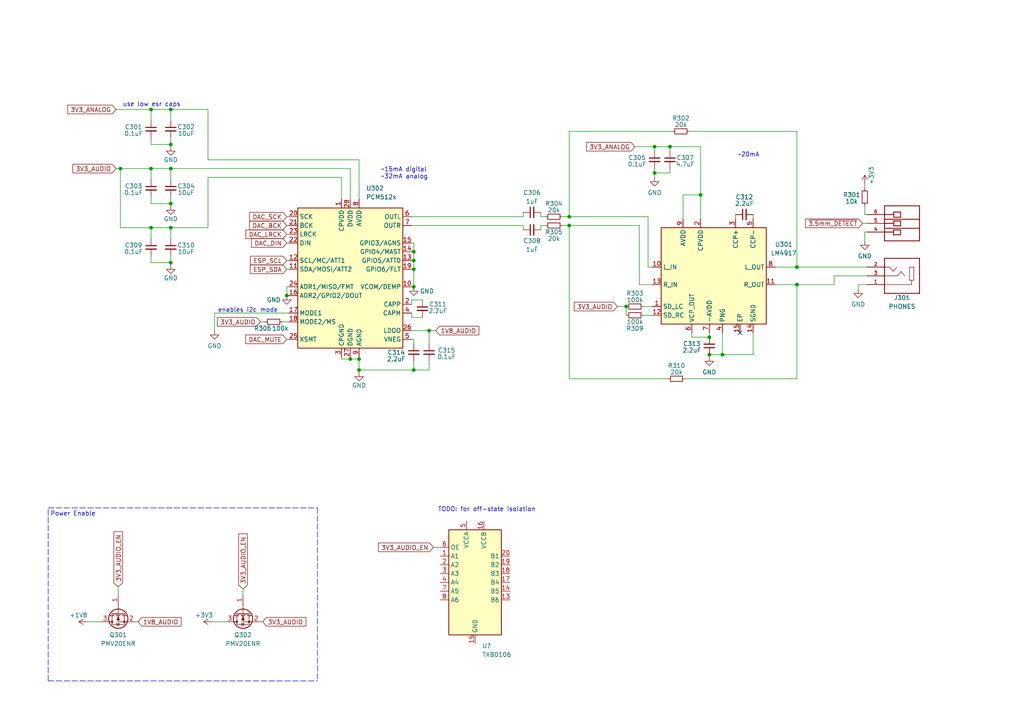
<source format=kicad_sch>
(kicad_sch (version 20211123) (generator eeschema)
  (paper "A4")
  (title_block (date "2022-09-04") (rev "1"))
  (lib_symbols
    (symbol "Audio:PCM5121PW"
      (property "Reference" "U" (at -13.97 21.59 0))
      (property "Value" "PCM5121PW" (at 10.16 21.59 0))
      (symbol "PCM5121PW_0_1"
        (rectangle (start -15.24 20.32) (end 15.24 -20.32) (stroke (width 0.254)) (fill (type background)))
      )
      (symbol "PCM5121PW_1_1"
        (pin power_in line (at -2.54 22.86 270) (length 2.54) (name "CPVDD") (number "1"))
        (pin bidirectional line (at 17.78 -2.54 180) (length 2.54) (name "VCOM/DEMP") (number "10"))
        (pin bidirectional line (at -17.78 2.54 0) (length 2.54) (name "SDA/MOSI/ATT2") (number "11"))
        (pin input line (at -17.78 5.08 0) (length 2.54) (name "SCL/MC/ATT1") (number "12"))
        (pin bidirectional line (at 17.78 5.08 180) (length 2.54) (name "GPIO5/ATT0") (number "13"))
        (pin bidirectional line (at 17.78 7.62 180) (length 2.54) (name "GPIO4/MAST") (number "14"))
        (pin bidirectional line (at 17.78 10.16 180) (length 2.54) (name "GPIO3/AGNS") (number "15"))
        (pin bidirectional line (at -17.78 -5.08 0) (length 2.54) (name "ADR2/GPIO2/DOUT") (number "16"))
        (pin input line (at -17.78 -10.16 0) (length 2.54) (name "MODE1") (number "17"))
        (pin input line (at -17.78 -12.7 0) (length 2.54) (name "MODE2/MS") (number "18"))
        (pin bidirectional line (at 17.78 2.54 180) (length 2.54) (name "GPIO6/FLT") (number "19"))
        (pin passive line (at 17.78 -7.62 180) (length 2.54) (name "CAPP") (number "2"))
        (pin input line (at -17.78 17.78 0) (length 2.54) (name "SCK") (number "20"))
        (pin bidirectional line (at -17.78 15.24 0) (length 2.54) (name "BCK") (number "21"))
        (pin input line (at -17.78 10.16 0) (length 2.54) (name "DIN") (number "22"))
        (pin bidirectional line (at -17.78 12.7 0) (length 2.54) (name "LRCK") (number "23"))
        (pin bidirectional line (at -17.78 -2.54 0) (length 2.54) (name "ADR1/MISO/FMT") (number "24"))
        (pin input line (at -17.78 -17.78 0) (length 2.54) (name "XSMT") (number "25"))
        (pin passive line (at 17.78 -15.24 180) (length 2.54) (name "LDOO") (number "26"))
        (pin power_in line (at 0 -22.86 90) (length 2.54) (name "DGND") (number "27"))
        (pin power_in line (at 0 22.86 270) (length 2.54) (name "DVDD") (number "28"))
        (pin power_in line (at -2.54 -22.86 90) (length 2.54) (name "CPGND") (number "3"))
        (pin passive line (at 17.78 -10.16 180) (length 2.54) (name "CAPM") (number "4"))
        (pin passive line (at 17.78 -17.78 180) (length 2.54) (name "VNEG") (number "5"))
        (pin output line (at 17.78 17.78 180) (length 2.54) (name "OUTL") (number "6"))
        (pin output line (at 17.78 15.24 180) (length 2.54) (name "OUTR") (number "7"))
        (pin power_in line (at 2.54 22.86 270) (length 2.54) (name "AVDD") (number "8"))
        (pin power_in line (at 2.54 -22.86 90) (length 2.54) (name "AGND") (number "9"))
      )
    )
    (symbol "Device:C_Small" (pin_numbers hide) (pin_names (offset 0.254) hide)
      (property "Reference" "C" (at 0.254 1.778 0))
      (property "Value" "C_Small" (at 0.254 -2.032 0))
      (symbol "C_Small_0_1"
        (polyline (pts (xy -1.524 -0.508) (xy 1.524 -0.508)) (stroke (width 0.3302)))
        (polyline (pts (xy -1.524 0.508) (xy 1.524 0.508)) (stroke (width 0.3048)))
      )
      (symbol "C_Small_1_1"
        (pin passive line (at 0 2.54 270) (length 2.032) (name "~") (number "1"))
        (pin passive line (at 0 -2.54 90) (length 2.032) (name "~") (number "2"))
      )
    )
    (symbol "Device:R_Small" (pin_numbers hide) (pin_names (offset 0.254) hide)
      (property "Reference" "R" (at 0.762 0.508 0))
      (property "Value" "R_Small" (at 0.762 -1.016 0))
      (symbol "R_Small_0_1"
        (rectangle (start -0.762 1.778) (end 0.762 -1.778) (stroke (width 0.2032)))
      )
      (symbol "R_Small_1_1"
        (pin passive line (at 0 2.54 270) (length 0.762) (name "~") (number "1"))
        (pin passive line (at 0 -2.54 90) (length 0.762) (name "~") (number "2"))
      )
    )
    (symbol "Transistor_FET:2N7002" (pin_names hide)
      (property "Reference" "Q" (at 5.08 1.905 0))
      (property "Value" "2N7002" (at 5.08 0 0))
      (symbol "2N7002_0_1"
        (polyline (pts (xy 0.254 0) (xy -2.54 0)))
        (polyline (pts (xy 0.254 1.905) (xy 0.254 -1.905)) (stroke (width 0.254)))
        (polyline (pts (xy 0.762 -1.27) (xy 0.762 -2.286)) (stroke (width 0.254)))
        (polyline (pts (xy 0.762 0.508) (xy 0.762 -0.508)) (stroke (width 0.254)))
        (polyline (pts (xy 0.762 2.286) (xy 0.762 1.27)) (stroke (width 0.254)))
        (polyline (pts (xy 2.54 2.54) (xy 2.54 1.778)))
        (polyline (pts (xy 2.54 -2.54) (xy 2.54 0) (xy 0.762 0)))
        (polyline (pts (xy 0.762 -1.778) (xy 3.302 -1.778) (xy 3.302 1.778) (xy 0.762 1.778)))
        (polyline (pts (xy 1.016 0) (xy 2.032 0.381) (xy 2.032 -0.381) (xy 1.016 0)) (fill (type outline)))
        (polyline (pts (xy 2.794 0.508) (xy 2.921 0.381) (xy 3.683 0.381) (xy 3.81 0.254)))
        (polyline (pts (xy 3.302 0.381) (xy 2.921 -0.254) (xy 3.683 -0.254) (xy 3.302 0.381)))
        (circle (center 1.651 0) (radius 2.794) (stroke (width 0.254)))
        (circle (center 2.54 -1.778) (radius 0.254) (fill (type outline)))
        (circle (center 2.54 1.778) (radius 0.254) (fill (type outline)))
      )
      (symbol "2N7002_1_1"
        (pin input line (at -5.08 0 0) (length 2.54) (name "G") (number "1"))
        (pin passive line (at 2.54 -5.08 90) (length 2.54) (name "S") (number "2"))
        (pin passive line (at 2.54 5.08 270) (length 2.54) (name "D") (number "3"))
      )
    )
    (symbol "power:+1V8" (power) (pin_names (offset 0))
      (property "Value" "+1V8" (at 0 3.556 0))
      (symbol "+1V8_0_1"
        (polyline (pts (xy -0.762 1.27) (xy 0 2.54)))
        (polyline (pts (xy 0 0) (xy 0 2.54)))
        (polyline (pts (xy 0 2.54) (xy 0.762 1.27)))
      )
      (symbol "+1V8_1_1"
        (pin power_in line (at 0 0 90) (length 0) hide (name "+1V8") (number "1"))
      )
    )
    (symbol "power:+3V3" (power) (pin_names (offset 0))
      (property "Value" "+3V3" (at 0 3.556 0))
      (symbol "+3V3_0_1"
        (polyline (pts (xy -0.762 1.27) (xy 0 2.54)))
        (polyline (pts (xy 0 0) (xy 0 2.54)))
        (polyline (pts (xy 0 2.54) (xy 0.762 1.27)))
      )
      (symbol "+3V3_1_1"
        (pin power_in line (at 0 0 90) (length 0) hide (name "+3V3") (number "1"))
      )
    )
    (symbol "power:GND" (power) (pin_names (offset 0))
      (property "Value" "GND" (at 0 -3.81 0))
      (symbol "GND_0_1"
        (polyline (pts (xy 0 0) (xy 0 -1.27) (xy 1.27 -1.27) (xy 0 -2.54) (xy -1.27 -1.27) (xy 0 -1.27)))
      )
      (symbol "GND_1_1"
        (pin power_in line (at 0 0 270) (length 0) hide (name "GND") (number "1"))
      )
    )
    (symbol "symbols:LM4917"
      (property "Reference" "U" (at 0 0 0))
      (property "Value" "LM4917" (at 0 0 0))
      (symbol "LM4917_0_0"
        (pin power_in line (at -17.78 -2.54 0) (length 2.54) (name "R_IN") (number "13"))
        (pin power_in line (at 11.43 -16.51 90) (length 2.54) (name "SGND") (number "14"))
        (pin power_in line (at 7.62 -16.51 90) (length 2.54) (name "EP") (number "15"))
        (pin passive line (at 6.35 16.51 270) (length 2.54) (name "CCP+") (number "3"))
      )
      (symbol "LM4917_0_1"
        (rectangle (start -15.24 13.97) (end 15.24 -13.97) (stroke (width 0.254)) (fill (type background)))
      )
      (symbol "LM4917_1_1"
        (pin output line (at -17.78 -8.89 0) (length 2.54) (name "SD_LC") (number "1"))
        (pin output line (at -17.78 2.54 0) (length 2.54) (name "L_IN") (number "10"))
        (pin power_in line (at 17.78 -2.54 180) (length 2.54) (name "R_OUT") (number "11"))
        (pin power_in line (at -17.78 -11.43 0) (length 2.54) (name "SD_RC") (number "12"))
        (pin power_in line (at -3.81 16.51 270) (length 2.54) (name "CPVDD") (number "2"))
        (pin output line (at 2.54 -16.51 90) (length 2.54) (name "PNG") (number "4"))
        (pin output line (at 11.43 16.51 270) (length 2.54) (name "CCP-") (number "5"))
        (pin input line (at -6.35 -16.51 90) (length 2.54) (name "VCP_OUT") (number "6"))
        (pin power_in line (at -1.27 -16.51 90) (length 2.54) (name "-AVDD") (number "7"))
        (pin power_in line (at 17.78 2.54 180) (length 2.54) (name "L_OUT") (number "8"))
        (pin input line (at -8.89 16.51 270) (length 2.54) (name "AVDD") (number "9"))
      )
    )
    (symbol "symbols:SJ-3566AN" (pin_names (offset 1.016) hide)
      (property "Reference" "J301" (at 0 6.35 0))
      (property "Value" "PHONES" (at 0 8.89 0))
      (symbol "SJ-3566AN_0_0"
        (polyline (pts (xy -5.1054 -13.7922) (xy 5.0038 -13.7922)) (stroke (width 0.254)))
        (polyline (pts (xy -5.08 -20.32) (xy 5.08 -20.32)) (stroke (width 0.254)))
        (polyline (pts (xy -5.08 -10.16) (xy -5.08 -20.32)) (stroke (width 0.254)))
        (polyline (pts (xy -5.08 -5.08) (xy 5.08 -5.08)) (stroke (width 0.254)))
        (polyline (pts (xy -5.08 5.08) (xy -5.08 -5.08)) (stroke (width 0.254)))
        (polyline (pts (xy -3.429 -2.54) (xy -2.159 -2.54)) (stroke (width 0.1524)))
        (polyline (pts (xy -3.429 1.27) (xy -3.429 -2.54)) (stroke (width 0.1524)))
        (polyline (pts (xy -2.794 1.27) (xy -3.429 1.27)) (stroke (width 0.1524)))
        (polyline (pts (xy -2.794 1.27) (xy -2.794 2.54)) (stroke (width 0.1524)))
        (polyline (pts (xy -2.794 2.54) (xy 5.08 2.54)) (stroke (width 0.1524)))
        (polyline (pts (xy -2.159 -2.54) (xy -2.159 1.27)) (stroke (width 0.1524)))
        (polyline (pts (xy -2.159 1.27) (xy -2.794 1.27)) (stroke (width 0.1524)))
        (polyline (pts (xy 0.254 -1.27) (xy -0.762 0)) (stroke (width 0.1524)))
        (polyline (pts (xy 0.4064 -18.4912) (xy 0.4064 -16.9926)) (stroke (width 0.254)))
        (polyline (pts (xy 0.4064 -16.9926) (xy 2.3876 -16.9926)) (stroke (width 0.254)))
        (polyline (pts (xy 0.4064 -15.9004) (xy 0.4064 -14.5034)) (stroke (width 0.254)))
        (polyline (pts (xy 0.4064 -14.5034) (xy 2.3876 -14.5034)) (stroke (width 0.254)))
        (polyline (pts (xy 0.4064 -11.9126) (xy 0.4064 -13.3096)) (stroke (width 0.254)))
        (polyline (pts (xy 0.508 -13.3096) (xy 2.4892 -13.3096)) (stroke (width 0.254)))
        (polyline (pts (xy 1.27 0) (xy 0.254 -1.27)) (stroke (width 0.1524)))
        (polyline (pts (xy 1.524 -2.54) (xy 2.54 -1.27)) (stroke (width 0.1524)))
        (polyline (pts (xy 2.3876 -18.4912) (xy 0.4064 -18.4912)) (stroke (width 0.254)))
        (polyline (pts (xy 2.3876 -16.9926) (xy 2.3876 -18.4912)) (stroke (width 0.254)))
        (polyline (pts (xy 2.3876 -15.9004) (xy 0.4064 -15.9004)) (stroke (width 0.254)))
        (polyline (pts (xy 2.3876 -14.5034) (xy 2.3876 -15.9004)) (stroke (width 0.254)))
        (polyline (pts (xy 2.4892 -13.3096) (xy 2.4892 -11.9126)) (stroke (width 0.254)))
        (polyline (pts (xy 2.4892 -11.9126) (xy 0.508 -11.9126)) (stroke (width 0.254)))
        (polyline (pts (xy 2.54 -1.27) (xy 3.556 -2.54)) (stroke (width 0.1524)))
        (polyline (pts (xy 5.08 -20.32) (xy 5.08 -17.78)) (stroke (width 0.254)))
        (polyline (pts (xy 5.08 -17.78) (xy 2.54 -17.78)) (stroke (width 0.254)))
        (polyline (pts (xy 5.08 -17.78) (xy 5.08 -15.24)) (stroke (width 0.254)))
        (polyline (pts (xy 5.08 -15.24) (xy 2.54 -15.24)) (stroke (width 0.254)))
        (polyline (pts (xy 5.08 -15.24) (xy 5.08 -12.7)) (stroke (width 0.254)))
        (polyline (pts (xy 5.08 -12.7) (xy 2.54 -12.7)) (stroke (width 0.254)))
        (polyline (pts (xy 5.08 -12.7) (xy 5.08 -10.16)) (stroke (width 0.254)))
        (polyline (pts (xy 5.08 -10.16) (xy -5.08 -10.16)) (stroke (width 0.254)))
        (polyline (pts (xy 5.08 -5.08) (xy 5.08 -2.54)) (stroke (width 0.254)))
        (polyline (pts (xy 5.08 -2.54) (xy 3.556 -2.54)) (stroke (width 0.1524)))
        (polyline (pts (xy 5.08 -2.54) (xy 5.08 0)) (stroke (width 0.254)))
        (polyline (pts (xy 5.08 0) (xy 1.27 0)) (stroke (width 0.1524)))
        (polyline (pts (xy 5.08 0) (xy 5.08 2.54)) (stroke (width 0.254)))
        (polyline (pts (xy 5.08 2.54) (xy 5.08 5.08)) (stroke (width 0.254)))
        (polyline (pts (xy 5.08 5.08) (xy -5.08 5.08)) (stroke (width 0.254)))
        (polyline (pts (xy 5.1054 -16.4084) (xy -5.1054 -16.4084)) (stroke (width 0.254)))
        (pin passive line (at 10.16 2.54 180) (length 5.08) (name "~") (number "1"))
        (pin passive line (at 10.16 -2.54 180) (length 5.08) (name "~") (number "2"))
        (pin passive line (at 10.16 0 180) (length 5.08) (name "~") (number "3"))
        (pin passive line (at 10.16 -12.7 180) (length 5.08) (name "~") (number "4"))
        (pin passive line (at 10.16 -15.24 180) (length 5.08) (name "~") (number "5"))
        (pin passive line (at 10.16 -17.78 180) (length 5.08) (name "~") (number "6"))
      )
    )
    (symbol "symbols:TXB0106"
      (property "Reference" "U" (at 0 -6.35 0))
      (property "Value" "TXB0106" (at 0 -8.89 0))
      (symbol "TXB0106_0_1"
        (rectangle (start -7.62 13.97) (end 7.62 -16.51) (stroke (width 0.254)) (fill (type background)))
      )
      (symbol "TXB0106_1_1"
        (pin bidirectional line (at -10.16 6.35 0) (length 2.54) (name "A1") (number "1"))
        (pin bidirectional line (at 10.16 -6.35 180) (length 2.54) (name "B6") (number "13"))
        (pin bidirectional line (at 10.16 -3.81 180) (length 2.54) (name "B5") (number "14"))
        (pin power_in line (at 0 -19.05 90) (length 2.54) (name "GND") (number "15"))
        (pin power_in line (at 2.54 16.51 270) (length 2.54) (name "VCCB") (number "16"))
        (pin bidirectional line (at 10.16 -1.27 180) (length 2.54) (name "B4") (number "17"))
        (pin bidirectional line (at 10.16 1.27 180) (length 2.54) (name "B3") (number "18"))
        (pin bidirectional line (at 10.16 3.81 180) (length 2.54) (name "B2") (number "19"))
        (pin bidirectional line (at -10.16 3.81 0) (length 2.54) (name "A2") (number "2"))
        (pin bidirectional line (at 10.16 6.35 180) (length 2.54) (name "B1") (number "20"))
        (pin bidirectional line (at -10.16 1.27 0) (length 2.54) (name "A3") (number "3"))
        (pin bidirectional line (at -10.16 -1.27 0) (length 2.54) (name "A4") (number "4"))
        (pin power_in line (at -2.54 16.51 270) (length 2.54) (name "VCCA") (number "5"))
        (pin input line (at -10.16 8.89 0) (length 2.54) (name "OE") (number "6"))
        (pin bidirectional line (at -10.16 -3.81 0) (length 2.54) (name "A5") (number "7"))
        (pin bidirectional line (at -10.16 -6.35 0) (length 2.54) (name "A6") (number "8"))
      )
    )
  )
  (junction (at 120.015 83.185))
  (junction (at 120.015 75.565))
  (junction (at 120.015 73.025))
  (junction (at 49.53 31.75))
  (junction (at 205.74 102.87))
  (junction (at 104.14 107.315))
  (junction (at 189.865 42.545))
  (junction (at 49.53 41.91))
  (junction (at 34.925 48.895))
  (junction (at 189.865 50.165))
  (junction (at 101.6 104.14))
  (junction (at 49.53 76.2))
  (junction (at 231.14 82.55))
  (junction (at 49.53 59.055))
  (junction (at 203.2 56.515))
  (junction (at 209.55 102.87))
  (junction (at 104.14 104.14))
  (junction (at 205.74 97.79))
  (junction (at 124.46 95.885))
  (junction (at 120.015 78.105))
  (junction (at 120.015 107.315))
  (junction (at 194.31 42.545))
  (junction (at 165.1 65.405))
  (junction (at 49.53 48.895))
  (junction (at 43.815 66.04))
  (junction (at 43.815 48.895))
  (junction (at 181.61 88.9))
  (junction (at 43.815 31.75))
  (junction (at 49.53 66.04))
  (junction (at 83.185 85.725))
  (junction (at 165.1 62.865))
  (junction (at 231.14 77.47))
  (no_connect (at 214.63 96.52))
  (polyline (pts (xy 13.97 197.485) (xy 13.97 147.32)))
  (wire (pts (xy 250.825 67.31) (xy 250.825 69.85)))
  (wire (pts (xy 187.96 62.865) (xy 187.96 77.47)))
  (wire (pts (xy 156.845 65.405) (xy 156.845 66.675)))
  (wire (pts (xy 119.38 86.995) (xy 119.38 88.265)))
  (wire (pts (xy 119.38 75.565) (xy 120.015 75.565)))
  (wire (pts (xy 49.53 40.005) (xy 49.53 41.91)))
  (wire (pts (xy 251.46 62.23) (xy 250.825 62.23)))
  (wire (pts (xy 101.6 104.14) (xy 104.14 104.14)))
  (wire (pts (xy 251.46 67.31) (xy 250.825 67.31)))
  (wire (pts (xy 158.115 62.865) (xy 156.845 62.865)))
  (wire (pts (xy 231.14 82.55) (xy 231.14 109.855)))
  (wire (pts (xy 156.845 62.865) (xy 156.845 61.595)))
  (wire (pts (xy 151.765 65.405) (xy 151.765 66.675)))
  (wire (pts (xy 43.815 76.2) (xy 49.53 76.2)))
  (wire (pts (xy 231.14 109.855) (xy 198.755 109.855)))
  (wire (pts (xy 213.36 62.23) (xy 213.36 63.5)))
  (wire (pts (xy 224.79 82.55) (xy 231.14 82.55)))
  (wire (pts (xy 43.815 52.07) (xy 43.815 48.895)))
  (wire (pts (xy 43.815 41.91) (xy 49.53 41.91)))
  (polyline (pts (xy 13.97 197.485) (xy 92.075 197.485)))
  (wire (pts (xy 251.46 82.55) (xy 248.92 82.55)))
  (wire (pts (xy 60.325 31.75) (xy 60.325 46.355)))
  (wire (pts (xy 124.46 107.315) (xy 120.015 107.315)))
  (wire (pts (xy 119.38 95.885) (xy 124.46 95.885)))
  (wire (pts (xy 165.1 38.1) (xy 194.945 38.1)))
  (wire (pts (xy 70.485 170.815) (xy 70.485 172.72)))
  (wire (pts (xy 181.61 88.9) (xy 181.61 91.44)))
  (wire (pts (xy 61.595 180.34) (xy 65.405 180.34)))
  (wire (pts (xy 189.865 42.545) (xy 189.865 43.815)))
  (wire (pts (xy 34.29 170.18) (xy 34.29 172.72)))
  (wire (pts (xy 49.53 31.75) (xy 60.325 31.75)))
  (wire (pts (xy 33.655 31.75) (xy 43.815 31.75)))
  (wire (pts (xy 104.14 57.785) (xy 104.14 46.355)))
  (wire (pts (xy 25.4 180.34) (xy 29.21 180.34)))
  (wire (pts (xy 81.915 93.345) (xy 83.82 93.345)))
  (wire (pts (xy 49.53 76.835) (xy 49.53 76.2)))
  (wire (pts (xy 119.38 62.865) (xy 151.765 62.865)))
  (wire (pts (xy 40.005 180.34) (xy 39.37 180.34)))
  (wire (pts (xy 49.53 59.69) (xy 49.53 59.055)))
  (wire (pts (xy 218.44 96.52) (xy 218.44 102.87)))
  (wire (pts (xy 34.925 48.895) (xy 43.815 48.895)))
  (wire (pts (xy 49.53 31.75) (xy 43.815 31.75)))
  (wire (pts (xy 125.73 158.75) (xy 127.635 158.75)))
  (wire (pts (xy 185.42 65.405) (xy 165.1 65.405)))
  (wire (pts (xy 83.185 62.865) (xy 83.82 62.865)))
  (wire (pts (xy 49.53 66.04) (xy 43.815 66.04)))
  (wire (pts (xy 99.06 104.14) (xy 101.6 104.14)))
  (wire (pts (xy 120.015 70.485) (xy 120.015 73.025)))
  (wire (pts (xy 241.935 82.55) (xy 241.935 80.01)))
  (wire (pts (xy 33.655 48.895) (xy 34.925 48.895)))
  (polyline (pts (xy 13.97 147.32) (xy 92.075 147.32)))
  (wire (pts (xy 83.185 83.185) (xy 83.185 85.725)))
  (wire (pts (xy 49.53 57.15) (xy 49.53 59.055)))
  (wire (pts (xy 179.07 88.9) (xy 181.61 88.9)))
  (wire (pts (xy 122.555 92.075) (xy 119.38 92.075)))
  (wire (pts (xy 165.1 62.865) (xy 163.195 62.865)))
  (wire (pts (xy 119.38 73.025) (xy 120.015 73.025)))
  (polyline (pts (xy 92.075 147.32) (xy 92.075 197.485)))
  (wire (pts (xy 158.115 65.405) (xy 156.845 65.405)))
  (wire (pts (xy 185.42 65.405) (xy 185.42 82.55)))
  (wire (pts (xy 124.46 104.775) (xy 124.46 107.315)))
  (wire (pts (xy 83.185 83.185) (xy 83.82 83.185)))
  (wire (pts (xy 184.15 42.545) (xy 189.865 42.545)))
  (wire (pts (xy 120.015 78.105) (xy 120.015 83.185)))
  (wire (pts (xy 49.53 74.295) (xy 49.53 76.2)))
  (wire (pts (xy 43.815 74.295) (xy 43.815 76.2)))
  (wire (pts (xy 34.925 48.895) (xy 34.925 66.04)))
  (wire (pts (xy 49.53 69.215) (xy 49.53 66.04)))
  (wire (pts (xy 43.815 40.005) (xy 43.815 41.91)))
  (wire (pts (xy 49.53 34.925) (xy 49.53 31.75)))
  (wire (pts (xy 250.825 53.34) (xy 250.825 54.61)))
  (wire (pts (xy 76.2 180.34) (xy 75.565 180.34)))
  (wire (pts (xy 194.31 48.895) (xy 194.31 50.165)))
  (wire (pts (xy 120.015 104.775) (xy 120.015 107.315)))
  (wire (pts (xy 119.38 98.425) (xy 120.015 98.425)))
  (wire (pts (xy 165.1 62.865) (xy 165.1 38.1)))
  (wire (pts (xy 43.815 34.925) (xy 43.815 31.75)))
  (wire (pts (xy 165.1 109.855) (xy 165.1 65.405)))
  (wire (pts (xy 231.14 82.55) (xy 241.935 82.55)))
  (wire (pts (xy 194.31 42.545) (xy 203.2 42.545)))
  (wire (pts (xy 75.565 93.345) (xy 76.835 93.345)))
  (wire (pts (xy 49.53 52.07) (xy 49.53 48.895)))
  (wire (pts (xy 209.55 102.87) (xy 205.74 102.87)))
  (wire (pts (xy 224.79 77.47) (xy 231.14 77.47)))
  (wire (pts (xy 203.2 42.545) (xy 203.2 56.515)))
  (wire (pts (xy 43.815 57.15) (xy 43.815 59.055)))
  (wire (pts (xy 165.1 65.405) (xy 163.195 65.405)))
  (wire (pts (xy 189.865 50.165) (xy 189.865 51.435)))
  (wire (pts (xy 83.185 67.945) (xy 83.82 67.945)))
  (wire (pts (xy 60.325 66.04) (xy 60.325 51.435)))
  (wire (pts (xy 120.015 107.315) (xy 104.14 107.315)))
  (wire (pts (xy 62.23 90.805) (xy 62.23 95.885)))
  (wire (pts (xy 186.69 91.44) (xy 189.23 91.44)))
  (wire (pts (xy 248.92 82.55) (xy 248.92 83.82)))
  (wire (pts (xy 119.38 92.075) (xy 119.38 90.805)))
  (wire (pts (xy 83.185 78.105) (xy 83.82 78.105)))
  (wire (pts (xy 200.66 96.52) (xy 200.66 97.79)))
  (wire (pts (xy 205.74 103.505) (xy 205.74 102.87)))
  (wire (pts (xy 49.53 48.895) (xy 43.815 48.895)))
  (wire (pts (xy 120.015 83.185) (xy 119.38 83.185)))
  (wire (pts (xy 49.53 42.545) (xy 49.53 41.91)))
  (wire (pts (xy 83.185 98.425) (xy 83.82 98.425)))
  (wire (pts (xy 198.12 63.5) (xy 198.12 56.515)))
  (wire (pts (xy 218.44 62.23) (xy 218.44 63.5)))
  (wire (pts (xy 120.015 75.565) (xy 120.015 78.105)))
  (wire (pts (xy 231.14 77.47) (xy 251.46 77.47)))
  (wire (pts (xy 101.6 57.785) (xy 101.6 48.895)))
  (wire (pts (xy 99.06 51.435) (xy 99.06 57.785)))
  (wire (pts (xy 62.23 90.805) (xy 83.82 90.805)))
  (wire (pts (xy 209.55 96.52) (xy 209.55 102.87)))
  (wire (pts (xy 60.325 51.435) (xy 99.06 51.435)))
  (wire (pts (xy 43.815 69.215) (xy 43.815 66.04)))
  (wire (pts (xy 49.53 66.04) (xy 60.325 66.04)))
  (wire (pts (xy 209.55 102.87) (xy 218.44 102.87)))
  (wire (pts (xy 198.12 56.515) (xy 203.2 56.515)))
  (wire (pts (xy 231.14 38.1) (xy 231.14 77.47)))
  (wire (pts (xy 200.025 38.1) (xy 231.14 38.1)))
  (wire (pts (xy 250.19 64.77) (xy 251.46 64.77)))
  (wire (pts (xy 205.74 97.79) (xy 205.74 96.52)))
  (wire (pts (xy 104.14 104.14) (xy 104.14 107.315)))
  (wire (pts (xy 120.015 98.425) (xy 120.015 99.695)))
  (wire (pts (xy 120.015 73.025) (xy 120.015 75.565)))
  (wire (pts (xy 83.185 75.565) (xy 83.82 75.565)))
  (wire (pts (xy 101.6 103.505) (xy 101.6 104.14)))
  (wire (pts (xy 119.38 70.485) (xy 120.015 70.485)))
  (wire (pts (xy 189.23 82.55) (xy 185.42 82.55)))
  (wire (pts (xy 187.96 77.47) (xy 189.23 77.47)))
  (wire (pts (xy 124.46 99.695) (xy 124.46 95.885)))
  (wire (pts (xy 126.365 95.885) (xy 124.46 95.885)))
  (wire (pts (xy 83.185 85.725) (xy 83.82 85.725)))
  (wire (pts (xy 187.96 62.865) (xy 165.1 62.865)))
  (wire (pts (xy 119.38 78.105) (xy 120.015 78.105)))
  (wire (pts (xy 60.325 46.355) (xy 104.14 46.355)))
  (wire (pts (xy 189.865 48.895) (xy 189.865 50.165)))
  (wire (pts (xy 203.2 56.515) (xy 203.2 63.5)))
  (wire (pts (xy 43.815 59.055) (xy 49.53 59.055)))
  (wire (pts (xy 104.14 103.505) (xy 104.14 104.14)))
  (wire (pts (xy 119.38 65.405) (xy 151.765 65.405)))
  (wire (pts (xy 99.06 103.505) (xy 99.06 104.14)))
  (wire (pts (xy 101.6 48.895) (xy 49.53 48.895)))
  (wire (pts (xy 200.66 97.79) (xy 205.74 97.79)))
  (wire (pts (xy 241.935 80.01) (xy 251.46 80.01)))
  (wire (pts (xy 194.31 42.545) (xy 194.31 43.815)))
  (wire (pts (xy 194.31 50.165) (xy 189.865 50.165)))
  (wire (pts (xy 43.815 66.04) (xy 34.925 66.04)))
  (wire (pts (xy 83.185 65.405) (xy 83.82 65.405)))
  (wire (pts (xy 122.555 86.995) (xy 119.38 86.995)))
  (wire (pts (xy 151.765 62.865) (xy 151.765 61.595)))
  (wire (pts (xy 189.865 42.545) (xy 194.31 42.545)))
  (wire (pts (xy 104.14 107.315) (xy 104.14 107.95)))
  (wire (pts (xy 250.825 62.23) (xy 250.825 59.69)))
  (wire (pts (xy 193.675 109.855) (xy 165.1 109.855)))
  (wire (pts (xy 186.69 88.9) (xy 189.23 88.9)))
  (wire (pts (xy 83.185 70.485) (xy 83.82 70.485)))
  (text "~20mA" (at 213.995 45.72 0) (effects (font (size 1.27 1.27)) (justify left bottom)))
  (text "Power Enable" (at 14.605 149.86 0) (effects (font (size 1.27 1.27)) (justify left bottom)))
  (text "~15mA digital\n~32mA analog" (at 110.49 52.07 0) (effects (font (size 1.27 1.27)) (justify left bottom)))
  (text "use low esr caps" (at 35.56 31.115 0) (effects (font (size 1.27 1.27)) (justify left bottom)))
  (text "TODO: for off-state isolation" (at 127 148.59 0) (effects (font (size 1.27 1.27)) (justify left bottom)))
  (text "enables i2c mode" (at 80.645 90.805 180) (effects (font (size 1.27 1.27)) (justify right bottom)))
  (global_label "DAC_MUTE" (shape input) (at 83.185 98.425 180) (property "Intersheet References" "${INTERSHEET_REFS}" (effects hide)))
  (global_label "3V3_AUDIO" (shape input) (at 75.565 93.345 180) (property "Intersheet References" "${INTERSHEET_REFS}" (effects hide)))
  (global_label "ESP_SDA" (shape input) (at 83.185 78.105 180) (property "Intersheet References" "${INTERSHEET_REFS}" (effects hide)))
  (global_label "3V3_AUDIO_EN" (shape input) (at 34.29 170.18 90) (property "Intersheet References" "${INTERSHEET_REFS}" (effects hide)))
  (global_label "3V3_ANALOG" (shape input) (at 184.15 42.545 180) (property "Intersheet References" "${INTERSHEET_REFS}" (effects hide)))
  (global_label "1V8_AUDIO" (shape input) (at 126.365 95.885 0) (property "Intersheet References" "${INTERSHEET_REFS}" (effects hide)))
  (global_label "DAC_DIN" (shape input) (at 83.185 70.485 180) (property "Intersheet References" "${INTERSHEET_REFS}" (effects hide)))
  (global_label "DAC_BCK" (shape input) (at 83.185 65.405 180) (property "Intersheet References" "${INTERSHEET_REFS}" (effects hide)))
  (global_label "3V3_AUDIO" (shape input) (at 76.2 180.34 0) (property "Intersheet References" "${INTERSHEET_REFS}" (effects hide)))
  (global_label "3V3_AUDIO_EN" (shape input) (at 125.73 158.75 180) (property "Intersheet References" "${INTERSHEET_REFS}" (effects hide)))
  (global_label "ESP_SCL" (shape input) (at 83.185 75.565 180) (property "Intersheet References" "${INTERSHEET_REFS}" (effects hide)))
  (global_label "1V8_AUDIO" (shape input) (at 40.005 180.34 0) (property "Intersheet References" "${INTERSHEET_REFS}" (effects hide)))
  (global_label "3V3_AUDIO_EN" (shape input) (at 70.485 170.815 90) (property "Intersheet References" "${INTERSHEET_REFS}" (effects hide)))
  (global_label "DAC_LRCK" (shape input) (at 83.185 67.945 180) (property "Intersheet References" "${INTERSHEET_REFS}" (effects hide)))
  (global_label "3V3_AUDIO" (shape input) (at 179.07 88.9 180) (property "Intersheet References" "${INTERSHEET_REFS}" (effects hide)))
  (global_label "DAC_SCK" (shape input) (at 83.185 62.865 180) (property "Intersheet References" "${INTERSHEET_REFS}" (effects hide)))
  (global_label "3V3_AUDIO" (shape input) (at 33.655 48.895 180) (property "Intersheet References" "${INTERSHEET_REFS}" (effects hide)))
  (global_label "3V3_ANALOG" (shape input) (at 33.655 31.75 180) (property "Intersheet References" "${INTERSHEET_REFS}" (effects hide)))
  (global_label "~{3.5mm_DETECT}" (shape input) (at 250.19 64.77 180) (property "Intersheet References" "${INTERSHEET_REFS}" (effects hide)))
  (symbol (lib_id "Device:C_Small") (at 49.53 37.465 0) (unit 1)
    (property "Reference" "C302" (at 53.975 36.83 0))
    (property "Value" "10uF" (at 53.975 38.735 0))
    (property "Footprint" "Capacitor_SMD:C_0805_2012Metric" (effects hide))
    (property "PN" "EMK212ABJ106KG-T" (effects hide))
  )
  (symbol (lib_id "power:GND") (at 104.14 107.95 0) (unit 1)
    (property "Reference" "#PWR0313" (effects hide))
    (property "Value" "GND" (at 104.14 111.76 0))
  )
  (symbol (lib_id "power:GND") (at 83.185 85.725 0) (unit 1)
    (property "Reference" "#PWR0310" (effects hide))
    (property "Value" "GND" (at 79.375 86.995 0))
  )
  (symbol (lib_id "Device:C_Small") (at 49.53 71.755 0) (unit 1)
    (property "Reference" "C310" (at 53.975 71.12 0))
    (property "Value" "10uF" (at 53.975 73.025 0))
    (property "Footprint" "Capacitor_SMD:C_0805_2012Metric" (effects hide))
    (property "PN" "EMK212ABJ106KG-T" (effects hide))
  )
  (symbol (lib_id "Device:C_Small") (at 124.46 102.235 0) (unit 1)
    (property "Reference" "C315" (at 129.54 101.6 0))
    (property "Value" "0.1uF" (at 129.54 103.505 0))
    (property "Footprint" "Capacitor_SMD:C_0805_2012Metric" (effects hide))
    (property "PN" "0805YD104KAT2A" (effects hide))
  )
  (symbol (lib_id "Device:C_Small") (at 122.555 89.535 0) (unit 1)
    (property "Reference" "C311" (at 127 88.265 0))
    (property "Value" "2.2uF" (at 127 90.17 0))
    (property "Footprint" "Capacitor_SMD:C_0805_2012Metric" (effects hide))
    (property "PN" "EMK212BJ225KGHT" (effects hide))
  )
  (symbol (lib_id "Device:R_Small") (at 184.15 91.44 90) (mirror x) (unit 1)
    (property "Reference" "R309" (at 184.15 95.25 90))
    (property "Value" "100k" (at 184.15 93.345 90))
    (property "Footprint" "Resistor_SMD:R_0603_1608Metric" (effects hide))
    (property "PN" "RC0603JR-10100KL" (effects hide))
  )
  (symbol (lib_id "Device:R_Small") (at 196.215 109.855 90) (unit 1)
    (property "Reference" "R310" (at 196.215 106.045 90))
    (property "Value" "20k" (at 196.215 107.95 90))
    (property "Footprint" "Resistor_SMD:R_0603_1608Metric" (effects hide))
    (property "PN" "AC0603FR-0720KL" (effects hide))
  )
  (symbol (lib_id "power:+1V8") (at 25.4 180.34 90) (unit 1)
    (property "Reference" "#PWR0316" (effects hide))
    (property "Value" "+1V8" (at 25.4 178.435 90) (effects (justify left)))
  )
  (symbol (lib_id "Device:R_Small") (at 160.655 62.865 90) (unit 1)
    (property "Reference" "R304" (at 160.655 59.055 90))
    (property "Value" "20k" (at 160.655 60.96 90))
    (property "Footprint" "Resistor_SMD:R_0603_1608Metric" (effects hide))
    (property "PN" "AC0603FR-0720KL" (effects hide))
  )
  (symbol (lib_id "power:GND") (at 49.53 76.835 0) (unit 1)
    (property "Reference" "#PWR0306" (effects hide))
    (property "Value" "GND" (at 49.53 80.645 0))
  )
  (symbol (lib_id "Device:R_Small") (at 79.375 93.345 90) (unit 1)
    (property "Reference" "R306" (at 76.2 95.25 90))
    (property "Value" "100k" (at 81.28 95.25 90))
    (property "Footprint" "Resistor_SMD:R_0603_1608Metric" (effects hide))
    (property "PN" "RC0603JR-10100KL" (effects hide))
  )
  (symbol (lib_id "Device:C_Small") (at 120.015 102.235 0) (unit 1)
    (property "Reference" "C314" (at 114.935 102.235 0))
    (property "Value" "2.2uF" (at 114.935 104.14 0))
    (property "Footprint" "Capacitor_SMD:C_0805_2012Metric" (effects hide))
    (property "PN" "EMK212BJ225KGHT" (effects hide))
  )
  (symbol (lib_id "Device:C_Small") (at 49.53 54.61 0) (unit 1)
    (property "Reference" "C304" (at 53.975 53.975 0))
    (property "Value" "10uF" (at 53.975 55.88 0))
    (property "Footprint" "Capacitor_SMD:C_0805_2012Metric" (effects hide))
    (property "PN" "EMK212ABJ106KG-T" (effects hide))
  )
  (symbol (lib_id "power:GND") (at 62.23 95.885 0) (unit 1)
    (property "Reference" "#PWR0311" (effects hide))
    (property "Value" "GND" (at 62.23 100.33 0))
  )
  (symbol (lib_id "symbols:TXB0106") (at 137.795 167.64 0) (unit 1)
    (property "Reference" "U?" (at 139.8144 187.325 0) (effects (justify left)))
    (property "Value" "TXB0106" (at 139.8144 189.865 0) (effects (justify left)))
  )
  (symbol (lib_id "Transistor_FET:2N7002") (at 34.29 177.8 90) (mirror x) (unit 1)
    (property "Reference" "Q301" (at 34.29 184.15 90))
    (property "Value" "PMV20ENR" (at 34.29 186.69 90))
    (property "Footprint" "Package_TO_SOT_SMD:SOT-23" (effects hide))
    (property "Datasheet" "https://www.onsemi.com/pub/Collateral/NDS7002A-D.PDF" (effects hide))
    (property "PN" "PMV20ENR" (effects hide))
  )
  (symbol (lib_id "power:GND") (at 248.92 83.82 0) (unit 1)
    (property "Reference" "#PWR0308" (effects hide))
    (property "Value" "GND" (at 248.92 88.265 0))
  )
  (symbol (lib_id "power:GND") (at 49.53 42.545 0) (unit 1)
    (property "Reference" "#PWR0301" (effects hide))
    (property "Value" "GND" (at 49.53 46.355 0))
  )
  (symbol (lib_id "power:GND") (at 120.015 83.185 0) (unit 1)
    (property "Reference" "#PWR0307" (effects hide))
    (property "Value" "GND" (at 123.825 84.455 0))
  )
  (symbol (lib_id "Device:C_Small") (at 194.31 46.355 0) (unit 1)
    (property "Reference" "C307" (at 198.755 45.72 0))
    (property "Value" "4.7uF" (at 198.755 47.625 0))
    (property "Footprint" "Capacitor_SMD:C_0805_2012Metric" (effects hide))
    (property "PN" "EMK212BJ475KD-T" (effects hide))
  )
  (symbol (lib_id "Device:C_Small") (at 189.865 46.355 0) (unit 1)
    (property "Reference" "C305" (at 184.785 45.72 0))
    (property "Value" "0.1uF" (at 184.785 47.625 0))
    (property "Footprint" "Capacitor_SMD:C_0805_2012Metric" (effects hide))
    (property "PN" "0805YD104KAT2A" (effects hide))
  )
  (symbol (lib_id "Device:C_Small") (at 215.9 62.23 90) (unit 1)
    (property "Reference" "C312" (at 215.9 57.15 90))
    (property "Value" "2.2uF" (at 215.9 59.055 90))
    (property "Footprint" "Capacitor_SMD:C_0603_1608Metric" (effects hide))
    (property "PN" "EMK212BJ225KGHT" (effects hide))
  )
  (symbol (lib_id "power:+3V3") (at 250.825 53.34 0) (unit 1)
    (property "Reference" "#PWR0302" (effects hide))
    (property "Value" "+3V3" (at 252.73 48.26 90) (effects (justify right)))
  )
  (symbol (lib_id "power:GND") (at 250.825 69.85 0) (unit 1)
    (property "Reference" "#PWR0305" (effects hide))
    (property "Value" "GND" (at 250.825 74.295 0))
  )
  (symbol (lib_id "power:GND") (at 205.74 103.505 0) (unit 1)
    (property "Reference" "#PWR0122" (effects hide))
    (property "Value" "GND" (at 205.74 107.95 0))
  )
  (symbol (lib_id "Device:R_Small") (at 250.825 57.15 180) (unit 1)
    (property "Reference" "R301" (at 247.015 56.515 0))
    (property "Value" "10k" (at 247.015 58.42 0))
    (property "Footprint" "Resistor_SMD:R_0603_1608Metric" (effects hide))
    (property "PN" "AC0603JR-0710KL" (effects hide))
  )
  (symbol (lib_id "symbols:SJ-3566AN") (at 261.62 80.01 180) (unit 1)
    (property "Reference" "J301" (at 261.62 86.36 0))
    (property "Value" "PHONES" (at 261.62 88.9 0))
    (property "Footprint" "footprints:CUI_SJ-3566AN" (effects hide))
    (property "PN" "SJ-3566AN" (effects hide))
  )
  (symbol (lib_id "Transistor_FET:2N7002") (at 70.485 177.8 90) (mirror x) (unit 1)
    (property "Reference" "Q302" (at 70.485 184.15 90))
    (property "Value" "PMV20ENR" (at 70.485 186.69 90))
    (property "Footprint" "Package_TO_SOT_SMD:SOT-23" (effects hide))
    (property "Datasheet" "https://www.onsemi.com/pub/Collateral/NDS7002A-D.PDF" (effects hide))
    (property "PN" "PMV20ENR" (effects hide))
  )
  (symbol (lib_id "power:GND") (at 189.865 51.435 0) (unit 1)
    (property "Reference" "#PWR0123" (effects hide))
    (property "Value" "GND" (at 189.865 55.88 0))
  )
  (symbol (lib_id "Device:C_Small") (at 154.305 66.675 90) (unit 1)
    (property "Reference" "C308" (at 154.305 69.85 90))
    (property "Value" "1uF" (at 154.305 72.39 90))
    (property "Footprint" "Diode_SMD:D_1206_3216Metric" (effects hide))
    (property "PN" "T491A105M016AT" (effects hide))
  )
  (symbol (lib_id "power:GND") (at 49.53 59.69 0) (unit 1)
    (property "Reference" "#PWR0304" (effects hide))
    (property "Value" "GND" (at 49.53 63.5 0))
  )
  (symbol (lib_id "Device:C_Small") (at 43.815 71.755 0) (unit 1)
    (property "Reference" "C309" (at 38.735 71.12 0))
    (property "Value" "0.1uF" (at 38.735 73.025 0))
    (property "Footprint" "Capacitor_SMD:C_0805_2012Metric" (effects hide))
    (property "PN" "0805YD104KAT2A" (effects hide))
  )
  (symbol (lib_id "Device:R_Small") (at 184.15 88.9 90) (unit 1)
    (property "Reference" "R303" (at 184.15 85.09 90))
    (property "Value" "100k" (at 184.15 86.995 90))
    (property "Footprint" "Resistor_SMD:R_0603_1608Metric" (effects hide))
    (property "PN" "RC0603JR-10100KL" (effects hide))
  )
  (symbol (lib_id "Device:C_Small") (at 154.305 61.595 90) (unit 1)
    (property "Reference" "C306" (at 154.305 55.88 90))
    (property "Value" "1uF" (at 154.305 58.42 90))
    (property "Footprint" "Diode_SMD:D_1206_3216Metric" (effects hide))
    (property "PN" "T491A105M016AT" (effects hide))
  )
  (symbol (lib_id "Device:C_Small") (at 43.815 54.61 0) (unit 1)
    (property "Reference" "C303" (at 38.735 53.975 0))
    (property "Value" "0.1uF" (at 38.735 55.88 0))
    (property "Footprint" "Capacitor_SMD:C_0805_2012Metric" (effects hide))
    (property "PN" "0805YD104KAT2A" (effects hide))
  )
  (symbol (lib_id "Device:R_Small") (at 160.655 65.405 270) (unit 1)
    (property "Reference" "R305" (at 160.655 67.31 90))
    (property "Value" "20k" (at 160.655 69.215 90))
    (property "Footprint" "Resistor_SMD:R_0603_1608Metric" (effects hide))
    (property "PN" "AC0603FR-0720KL" (effects hide))
  )
  (symbol (lib_id "symbols:LM4917") (at 207.01 80.01 0) (unit 1)
    (property "Reference" "U301" (at 227.33 70.8912 0))
    (property "Value" "LM4917" (at 227.33 73.4312 0))
    (property "Footprint" "footprints:SOIC-14" (effects hide))
    (property "PN" "LM4917" (effects hide))
  )
  (symbol (lib_id "Device:R_Small") (at 197.485 38.1 90) (unit 1)
    (property "Reference" "R302" (at 197.485 34.29 90))
    (property "Value" "20k" (at 197.485 36.195 90))
    (property "Footprint" "Resistor_SMD:R_0603_1608Metric" (effects hide))
    (property "PN" "AC0603FR-0720KL" (effects hide))
  )
  (symbol (lib_id "Audio:PCM5121PW") (at 101.6 80.645 0) (unit 1)
    (property "Reference" "U302" (at 106.1594 54.61 0) (effects (justify left)))
    (property "Value" "PCM512x" (at 106.1594 57.15 0) (effects (justify left)))
    (property "Footprint" "Package_SO:TSSOP-28_4.4x9.7mm_P0.65mm" (effects hide))
    (property "Datasheet" "http://www.ti.com/lit/ds/symlink/pcm5121.pdf" (effects hide))
    (property "PN" "PCM512x" (effects hide))
  )
  (symbol (lib_id "power:+3V3") (at 61.595 180.34 90) (unit 1)
    (property "Reference" "#PWR0317" (effects hide))
    (property "Value" "+3V3" (at 56.515 178.435 90) (effects (justify right)))
  )
  (symbol (lib_id "Device:C_Small") (at 205.74 100.33 180) (unit 1)
    (property "Reference" "C313" (at 200.66 99.695 0))
    (property "Value" "2.2uF" (at 200.66 101.6 0))
    (property "Footprint" "Capacitor_SMD:C_0805_2012Metric" (effects hide))
    (property "PN" "EMK212BJ225KGHT" (effects hide))
  )
  (symbol (lib_id "Device:C_Small") (at 43.815 37.465 0) (unit 1)
    (property "Reference" "C301" (at 38.735 36.83 0))
    (property "Value" "0.1uF" (at 38.735 38.735 0))
    (property "Footprint" "Capacitor_SMD:C_0805_2012Metric" (effects hide))
    (property "PN" "0805YD104KAT2A" (effects hide))
  )
)
</source>
